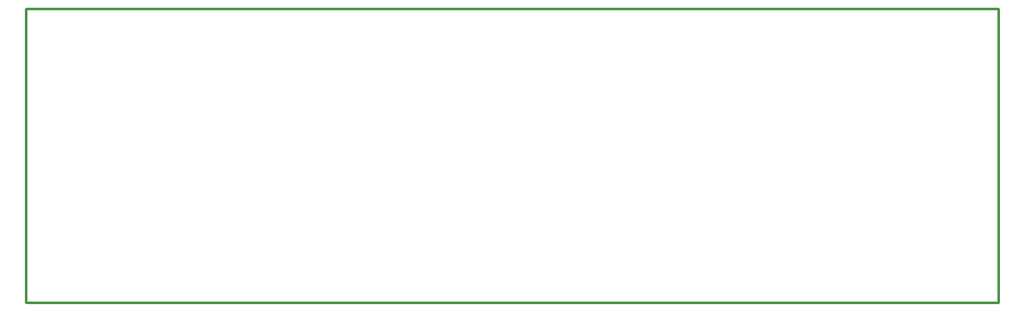
<source format=gbr>
G04 EAGLE Gerber X2 export*
%TF.Part,Single*%
%TF.FileFunction,Profile,NP*%
%TF.FilePolarity,Positive*%
%TF.GenerationSoftware,Autodesk,EAGLE,9.0.0*%
%TF.CreationDate,2019-10-07T20:04:45Z*%
G75*
%MOMM*%
%FSLAX34Y34*%
%LPD*%
%AMOC8*
5,1,8,0,0,1.08239X$1,22.5*%
G01*
%ADD10C,0.254000*%


D10*
X0Y0D02*
X960000Y0D01*
X960000Y290000D01*
X0Y290000D01*
X0Y0D01*
M02*

</source>
